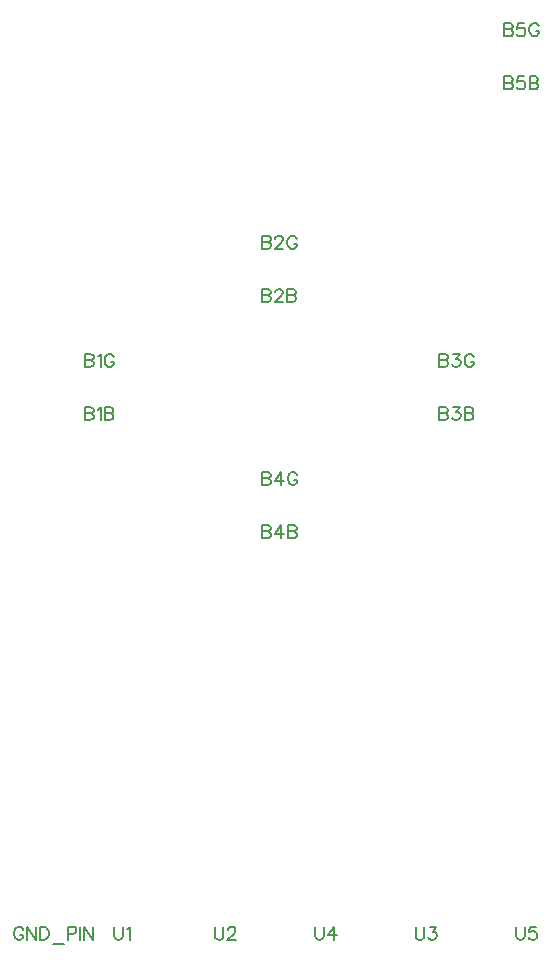
<source format=gto>
G04 Layer: TopSilkscreenLayer*
G04 EasyEDA v6.5.47, 2024-09-17 03:59:16*
G04 487bb63bfa8c49d2a093c741e473701e,143eb33344fd4f53ace86dd544093ce2,10*
G04 Gerber Generator version 0.2*
G04 Scale: 100 percent, Rotated: No, Reflected: No *
G04 Dimensions in millimeters *
G04 leading zeros omitted , absolute positions ,4 integer and 5 decimal *
%FSLAX45Y45*%
%MOMM*%

%ADD10C,0.1524*%

%LPD*%
D10*
X1349997Y-9107665D02*
G01*
X1349997Y-9185643D01*
X1355077Y-9201137D01*
X1365491Y-9211551D01*
X1381239Y-9216631D01*
X1391653Y-9216631D01*
X1407147Y-9211551D01*
X1417561Y-9201137D01*
X1422641Y-9185643D01*
X1422641Y-9107665D01*
X1456931Y-9128493D02*
G01*
X1467345Y-9123159D01*
X1483093Y-9107665D01*
X1483093Y-9216631D01*
X2199995Y-9107665D02*
G01*
X2199995Y-9185643D01*
X2205075Y-9201137D01*
X2215489Y-9211551D01*
X2231237Y-9216631D01*
X2241651Y-9216631D01*
X2257145Y-9211551D01*
X2267559Y-9201137D01*
X2272639Y-9185643D01*
X2272639Y-9107665D01*
X2312263Y-9133573D02*
G01*
X2312263Y-9128493D01*
X2317343Y-9118079D01*
X2322677Y-9112745D01*
X2333091Y-9107665D01*
X2353665Y-9107665D01*
X2364079Y-9112745D01*
X2369413Y-9118079D01*
X2374493Y-9128493D01*
X2374493Y-9138907D01*
X2369413Y-9149321D01*
X2358999Y-9164815D01*
X2306929Y-9216631D01*
X2379827Y-9216631D01*
X3899992Y-9107665D02*
G01*
X3899992Y-9185643D01*
X3905072Y-9201137D01*
X3915486Y-9211551D01*
X3931234Y-9216631D01*
X3941648Y-9216631D01*
X3957142Y-9211551D01*
X3967556Y-9201137D01*
X3972636Y-9185643D01*
X3972636Y-9107665D01*
X4017340Y-9107665D02*
G01*
X4074490Y-9107665D01*
X4043502Y-9149321D01*
X4058996Y-9149321D01*
X4069410Y-9154401D01*
X4074490Y-9159481D01*
X4079824Y-9175229D01*
X4079824Y-9185643D01*
X4074490Y-9201137D01*
X4064076Y-9211551D01*
X4048582Y-9216631D01*
X4033088Y-9216631D01*
X4017340Y-9211551D01*
X4012260Y-9206471D01*
X4006926Y-9196057D01*
X3049993Y-9107665D02*
G01*
X3049993Y-9185643D01*
X3055073Y-9201137D01*
X3065487Y-9211551D01*
X3081235Y-9216631D01*
X3091649Y-9216631D01*
X3107143Y-9211551D01*
X3117557Y-9201137D01*
X3122637Y-9185643D01*
X3122637Y-9107665D01*
X3208997Y-9107665D02*
G01*
X3156927Y-9180309D01*
X3234905Y-9180309D01*
X3208997Y-9107665D02*
G01*
X3208997Y-9216631D01*
X4749990Y-9107665D02*
G01*
X4749990Y-9185643D01*
X4755070Y-9201137D01*
X4765484Y-9211551D01*
X4781232Y-9216631D01*
X4791646Y-9216631D01*
X4807140Y-9211551D01*
X4817554Y-9201137D01*
X4822634Y-9185643D01*
X4822634Y-9107665D01*
X4919408Y-9107665D02*
G01*
X4867338Y-9107665D01*
X4862258Y-9154401D01*
X4867338Y-9149321D01*
X4883086Y-9143987D01*
X4898580Y-9143987D01*
X4914074Y-9149321D01*
X4924488Y-9159481D01*
X4929822Y-9175229D01*
X4929822Y-9185643D01*
X4924488Y-9201137D01*
X4914074Y-9211551D01*
X4898580Y-9216631D01*
X4883086Y-9216631D01*
X4867338Y-9211551D01*
X4862258Y-9206471D01*
X4856924Y-9196057D01*
X577977Y-9133573D02*
G01*
X572643Y-9123159D01*
X562229Y-9112745D01*
X552069Y-9107665D01*
X531240Y-9107665D01*
X520827Y-9112745D01*
X510412Y-9123159D01*
X505079Y-9133573D01*
X499998Y-9149321D01*
X499998Y-9175229D01*
X505079Y-9190723D01*
X510412Y-9201137D01*
X520827Y-9211551D01*
X531240Y-9216631D01*
X552069Y-9216631D01*
X562229Y-9211551D01*
X572643Y-9201137D01*
X577977Y-9190723D01*
X577977Y-9175229D01*
X552069Y-9175229D02*
G01*
X577977Y-9175229D01*
X612267Y-9107665D02*
G01*
X612267Y-9216631D01*
X612267Y-9107665D02*
G01*
X684911Y-9216631D01*
X684911Y-9107665D02*
G01*
X684911Y-9216631D01*
X719201Y-9107665D02*
G01*
X719201Y-9216631D01*
X719201Y-9107665D02*
G01*
X755522Y-9107665D01*
X771270Y-9112745D01*
X781685Y-9123159D01*
X786764Y-9133573D01*
X792098Y-9149321D01*
X792098Y-9175229D01*
X786764Y-9190723D01*
X781685Y-9201137D01*
X771270Y-9211551D01*
X755522Y-9216631D01*
X719201Y-9216631D01*
X826388Y-9253207D02*
G01*
X919861Y-9253207D01*
X954151Y-9107665D02*
G01*
X954151Y-9216631D01*
X954151Y-9107665D02*
G01*
X1000887Y-9107665D01*
X1016380Y-9112745D01*
X1021714Y-9118079D01*
X1026795Y-9128493D01*
X1026795Y-9143987D01*
X1021714Y-9154401D01*
X1016380Y-9159481D01*
X1000887Y-9164815D01*
X954151Y-9164815D01*
X1061085Y-9107665D02*
G01*
X1061085Y-9216631D01*
X1095375Y-9107665D02*
G01*
X1095375Y-9216631D01*
X1095375Y-9107665D02*
G01*
X1168019Y-9216631D01*
X1168019Y-9107665D02*
G01*
X1168019Y-9216631D01*
X1099997Y-4707674D02*
G01*
X1099997Y-4816640D01*
X1099997Y-4707674D02*
G01*
X1146733Y-4707674D01*
X1162227Y-4712754D01*
X1167561Y-4718088D01*
X1172641Y-4728502D01*
X1172641Y-4738916D01*
X1167561Y-4749330D01*
X1162227Y-4754410D01*
X1146733Y-4759490D01*
X1099997Y-4759490D02*
G01*
X1146733Y-4759490D01*
X1162227Y-4764824D01*
X1167561Y-4769904D01*
X1172641Y-4780318D01*
X1172641Y-4796066D01*
X1167561Y-4806480D01*
X1162227Y-4811560D01*
X1146733Y-4816640D01*
X1099997Y-4816640D01*
X1206931Y-4728502D02*
G01*
X1217345Y-4723168D01*
X1233093Y-4707674D01*
X1233093Y-4816640D01*
X1267383Y-4707674D02*
G01*
X1267383Y-4816640D01*
X1267383Y-4707674D02*
G01*
X1314119Y-4707674D01*
X1329613Y-4712754D01*
X1334947Y-4718088D01*
X1340027Y-4728502D01*
X1340027Y-4738916D01*
X1334947Y-4749330D01*
X1329613Y-4754410D01*
X1314119Y-4759490D01*
X1267383Y-4759490D02*
G01*
X1314119Y-4759490D01*
X1329613Y-4764824D01*
X1334947Y-4769904D01*
X1340027Y-4780318D01*
X1340027Y-4796066D01*
X1334947Y-4806480D01*
X1329613Y-4811560D01*
X1314119Y-4816640D01*
X1267383Y-4816640D01*
X1099997Y-4257675D02*
G01*
X1099997Y-4366640D01*
X1099997Y-4257675D02*
G01*
X1146733Y-4257675D01*
X1162227Y-4262754D01*
X1167561Y-4268088D01*
X1172641Y-4278503D01*
X1172641Y-4288917D01*
X1167561Y-4299330D01*
X1162227Y-4304411D01*
X1146733Y-4309490D01*
X1099997Y-4309490D02*
G01*
X1146733Y-4309490D01*
X1162227Y-4314825D01*
X1167561Y-4319904D01*
X1172641Y-4330319D01*
X1172641Y-4346067D01*
X1167561Y-4356480D01*
X1162227Y-4361561D01*
X1146733Y-4366640D01*
X1099997Y-4366640D01*
X1206931Y-4278503D02*
G01*
X1217345Y-4273169D01*
X1233093Y-4257675D01*
X1233093Y-4366640D01*
X1345107Y-4283582D02*
G01*
X1340027Y-4273169D01*
X1329613Y-4262754D01*
X1319199Y-4257675D01*
X1298371Y-4257675D01*
X1287957Y-4262754D01*
X1277797Y-4273169D01*
X1272463Y-4283582D01*
X1267383Y-4299330D01*
X1267383Y-4325238D01*
X1272463Y-4340732D01*
X1277797Y-4351146D01*
X1287957Y-4361561D01*
X1298371Y-4366640D01*
X1319199Y-4366640D01*
X1329613Y-4361561D01*
X1340027Y-4351146D01*
X1345107Y-4340732D01*
X1345107Y-4325238D01*
X1319199Y-4325238D02*
G01*
X1345107Y-4325238D01*
X2599994Y-3707676D02*
G01*
X2599994Y-3816642D01*
X2599994Y-3707676D02*
G01*
X2646730Y-3707676D01*
X2662224Y-3712756D01*
X2667558Y-3718090D01*
X2672638Y-3728504D01*
X2672638Y-3738918D01*
X2667558Y-3749332D01*
X2662224Y-3754412D01*
X2646730Y-3759492D01*
X2599994Y-3759492D02*
G01*
X2646730Y-3759492D01*
X2662224Y-3764826D01*
X2667558Y-3769906D01*
X2672638Y-3780320D01*
X2672638Y-3796068D01*
X2667558Y-3806482D01*
X2662224Y-3811562D01*
X2646730Y-3816642D01*
X2599994Y-3816642D01*
X2712262Y-3733584D02*
G01*
X2712262Y-3728504D01*
X2717342Y-3718090D01*
X2722676Y-3712756D01*
X2733090Y-3707676D01*
X2753664Y-3707676D01*
X2764078Y-3712756D01*
X2769412Y-3718090D01*
X2774492Y-3728504D01*
X2774492Y-3738918D01*
X2769412Y-3749332D01*
X2758998Y-3764826D01*
X2706928Y-3816642D01*
X2779826Y-3816642D01*
X2814116Y-3707676D02*
G01*
X2814116Y-3816642D01*
X2814116Y-3707676D02*
G01*
X2860852Y-3707676D01*
X2876346Y-3712756D01*
X2881680Y-3718090D01*
X2886760Y-3728504D01*
X2886760Y-3738918D01*
X2881680Y-3749332D01*
X2876346Y-3754412D01*
X2860852Y-3759492D01*
X2814116Y-3759492D02*
G01*
X2860852Y-3759492D01*
X2876346Y-3764826D01*
X2881680Y-3769906D01*
X2886760Y-3780320D01*
X2886760Y-3796068D01*
X2881680Y-3806482D01*
X2876346Y-3811562D01*
X2860852Y-3816642D01*
X2814116Y-3816642D01*
X2599994Y-3257677D02*
G01*
X2599994Y-3366643D01*
X2599994Y-3257677D02*
G01*
X2646730Y-3257677D01*
X2662224Y-3262756D01*
X2667558Y-3268090D01*
X2672638Y-3278504D01*
X2672638Y-3288919D01*
X2667558Y-3299332D01*
X2662224Y-3304412D01*
X2646730Y-3309493D01*
X2599994Y-3309493D02*
G01*
X2646730Y-3309493D01*
X2662224Y-3314827D01*
X2667558Y-3319906D01*
X2672638Y-3330320D01*
X2672638Y-3346069D01*
X2667558Y-3356482D01*
X2662224Y-3361562D01*
X2646730Y-3366643D01*
X2599994Y-3366643D01*
X2712262Y-3283585D02*
G01*
X2712262Y-3278504D01*
X2717342Y-3268090D01*
X2722676Y-3262756D01*
X2733090Y-3257677D01*
X2753664Y-3257677D01*
X2764078Y-3262756D01*
X2769412Y-3268090D01*
X2774492Y-3278504D01*
X2774492Y-3288919D01*
X2769412Y-3299332D01*
X2758998Y-3314827D01*
X2706928Y-3366643D01*
X2779826Y-3366643D01*
X2892094Y-3283585D02*
G01*
X2886760Y-3273170D01*
X2876346Y-3262756D01*
X2865932Y-3257677D01*
X2845104Y-3257677D01*
X2834944Y-3262756D01*
X2824530Y-3273170D01*
X2819196Y-3283585D01*
X2814116Y-3299332D01*
X2814116Y-3325240D01*
X2819196Y-3340735D01*
X2824530Y-3351148D01*
X2834944Y-3361562D01*
X2845104Y-3366643D01*
X2865932Y-3366643D01*
X2876346Y-3361562D01*
X2886760Y-3351148D01*
X2892094Y-3340735D01*
X2892094Y-3325240D01*
X2865932Y-3325240D02*
G01*
X2892094Y-3325240D01*
X4099991Y-4707674D02*
G01*
X4099991Y-4816640D01*
X4099991Y-4707674D02*
G01*
X4146727Y-4707674D01*
X4162221Y-4712754D01*
X4167555Y-4718088D01*
X4172635Y-4728502D01*
X4172635Y-4738916D01*
X4167555Y-4749330D01*
X4162221Y-4754410D01*
X4146727Y-4759490D01*
X4099991Y-4759490D02*
G01*
X4146727Y-4759490D01*
X4162221Y-4764824D01*
X4167555Y-4769904D01*
X4172635Y-4780318D01*
X4172635Y-4796066D01*
X4167555Y-4806480D01*
X4162221Y-4811560D01*
X4146727Y-4816640D01*
X4099991Y-4816640D01*
X4217339Y-4707674D02*
G01*
X4274489Y-4707674D01*
X4243501Y-4749330D01*
X4258995Y-4749330D01*
X4269409Y-4754410D01*
X4274489Y-4759490D01*
X4279823Y-4775238D01*
X4279823Y-4785652D01*
X4274489Y-4801146D01*
X4264075Y-4811560D01*
X4248581Y-4816640D01*
X4233087Y-4816640D01*
X4217339Y-4811560D01*
X4212259Y-4806480D01*
X4206925Y-4796066D01*
X4314113Y-4707674D02*
G01*
X4314113Y-4816640D01*
X4314113Y-4707674D02*
G01*
X4360849Y-4707674D01*
X4376343Y-4712754D01*
X4381677Y-4718088D01*
X4386757Y-4728502D01*
X4386757Y-4738916D01*
X4381677Y-4749330D01*
X4376343Y-4754410D01*
X4360849Y-4759490D01*
X4314113Y-4759490D02*
G01*
X4360849Y-4759490D01*
X4376343Y-4764824D01*
X4381677Y-4769904D01*
X4386757Y-4780318D01*
X4386757Y-4796066D01*
X4381677Y-4806480D01*
X4376343Y-4811560D01*
X4360849Y-4816640D01*
X4314113Y-4816640D01*
X4099991Y-4257675D02*
G01*
X4099991Y-4366640D01*
X4099991Y-4257675D02*
G01*
X4146727Y-4257675D01*
X4162221Y-4262754D01*
X4167555Y-4268088D01*
X4172635Y-4278503D01*
X4172635Y-4288662D01*
X4167555Y-4299077D01*
X4162221Y-4304411D01*
X4146727Y-4309490D01*
X4099991Y-4309490D02*
G01*
X4146727Y-4309490D01*
X4162221Y-4314825D01*
X4167555Y-4319904D01*
X4172635Y-4330319D01*
X4172635Y-4345812D01*
X4167555Y-4356227D01*
X4162221Y-4361561D01*
X4146727Y-4366640D01*
X4099991Y-4366640D01*
X4217339Y-4257675D02*
G01*
X4274489Y-4257675D01*
X4243247Y-4299077D01*
X4258995Y-4299077D01*
X4269409Y-4304411D01*
X4274489Y-4309490D01*
X4279823Y-4325238D01*
X4279823Y-4335653D01*
X4274489Y-4351146D01*
X4264075Y-4361561D01*
X4248581Y-4366640D01*
X4232833Y-4366640D01*
X4217339Y-4361561D01*
X4212259Y-4356227D01*
X4206925Y-4345812D01*
X4391837Y-4283582D02*
G01*
X4386757Y-4273169D01*
X4376343Y-4262754D01*
X4365929Y-4257675D01*
X4345101Y-4257675D01*
X4334687Y-4262754D01*
X4324273Y-4273169D01*
X4319193Y-4283582D01*
X4314113Y-4299077D01*
X4314113Y-4325238D01*
X4319193Y-4340732D01*
X4324273Y-4351146D01*
X4334687Y-4361561D01*
X4345101Y-4366640D01*
X4365929Y-4366640D01*
X4376343Y-4361561D01*
X4386757Y-4351146D01*
X4391837Y-4340732D01*
X4391837Y-4325238D01*
X4365929Y-4325238D02*
G01*
X4391837Y-4325238D01*
X2599994Y-5707672D02*
G01*
X2599994Y-5816638D01*
X2599994Y-5707672D02*
G01*
X2646730Y-5707672D01*
X2662224Y-5712752D01*
X2667558Y-5718086D01*
X2672638Y-5728500D01*
X2672638Y-5738914D01*
X2667558Y-5749328D01*
X2662224Y-5754408D01*
X2646730Y-5759488D01*
X2599994Y-5759488D02*
G01*
X2646730Y-5759488D01*
X2662224Y-5764822D01*
X2667558Y-5769902D01*
X2672638Y-5780316D01*
X2672638Y-5796064D01*
X2667558Y-5806478D01*
X2662224Y-5811558D01*
X2646730Y-5816638D01*
X2599994Y-5816638D01*
X2758998Y-5707672D02*
G01*
X2706928Y-5780316D01*
X2784906Y-5780316D01*
X2758998Y-5707672D02*
G01*
X2758998Y-5816638D01*
X2819196Y-5707672D02*
G01*
X2819196Y-5816638D01*
X2819196Y-5707672D02*
G01*
X2865932Y-5707672D01*
X2881680Y-5712752D01*
X2886760Y-5718086D01*
X2892094Y-5728500D01*
X2892094Y-5738914D01*
X2886760Y-5749328D01*
X2881680Y-5754408D01*
X2865932Y-5759488D01*
X2819196Y-5759488D02*
G01*
X2865932Y-5759488D01*
X2881680Y-5764822D01*
X2886760Y-5769902D01*
X2892094Y-5780316D01*
X2892094Y-5796064D01*
X2886760Y-5806478D01*
X2881680Y-5811558D01*
X2865932Y-5816638D01*
X2819196Y-5816638D01*
X2599994Y-5257672D02*
G01*
X2599994Y-5366638D01*
X2599994Y-5257672D02*
G01*
X2646730Y-5257672D01*
X2662224Y-5262753D01*
X2667558Y-5268087D01*
X2672638Y-5278501D01*
X2672638Y-5288661D01*
X2667558Y-5299075D01*
X2662224Y-5304409D01*
X2646730Y-5309488D01*
X2599994Y-5309488D02*
G01*
X2646730Y-5309488D01*
X2662224Y-5314822D01*
X2667558Y-5319903D01*
X2672638Y-5330317D01*
X2672638Y-5345811D01*
X2667558Y-5356225D01*
X2662224Y-5361559D01*
X2646730Y-5366638D01*
X2599994Y-5366638D01*
X2758998Y-5257672D02*
G01*
X2706928Y-5330317D01*
X2784906Y-5330317D01*
X2758998Y-5257672D02*
G01*
X2758998Y-5366638D01*
X2897174Y-5283580D02*
G01*
X2892094Y-5273167D01*
X2881680Y-5262753D01*
X2871266Y-5257672D01*
X2850438Y-5257672D01*
X2840024Y-5262753D01*
X2829610Y-5273167D01*
X2824530Y-5283580D01*
X2819196Y-5299075D01*
X2819196Y-5325237D01*
X2824530Y-5340730D01*
X2829610Y-5351145D01*
X2840024Y-5361559D01*
X2850438Y-5366638D01*
X2871266Y-5366638D01*
X2881680Y-5361559D01*
X2892094Y-5351145D01*
X2897174Y-5340730D01*
X2897174Y-5325237D01*
X2871266Y-5325237D02*
G01*
X2897174Y-5325237D01*
X4649990Y-1907679D02*
G01*
X4649990Y-2016645D01*
X4649990Y-1907679D02*
G01*
X4696726Y-1907679D01*
X4712220Y-1912759D01*
X4717554Y-1918093D01*
X4722634Y-1928507D01*
X4722634Y-1938921D01*
X4717554Y-1949335D01*
X4712220Y-1954415D01*
X4696726Y-1959495D01*
X4649990Y-1959495D02*
G01*
X4696726Y-1959495D01*
X4712220Y-1964829D01*
X4717554Y-1969909D01*
X4722634Y-1980323D01*
X4722634Y-1996071D01*
X4717554Y-2006485D01*
X4712220Y-2011565D01*
X4696726Y-2016645D01*
X4649990Y-2016645D01*
X4819408Y-1907679D02*
G01*
X4767338Y-1907679D01*
X4762258Y-1954415D01*
X4767338Y-1949335D01*
X4783086Y-1944001D01*
X4798580Y-1944001D01*
X4814074Y-1949335D01*
X4824488Y-1959495D01*
X4829822Y-1975243D01*
X4829822Y-1985657D01*
X4824488Y-2001151D01*
X4814074Y-2011565D01*
X4798580Y-2016645D01*
X4783086Y-2016645D01*
X4767338Y-2011565D01*
X4762258Y-2006485D01*
X4756924Y-1996071D01*
X4864112Y-1907679D02*
G01*
X4864112Y-2016645D01*
X4864112Y-1907679D02*
G01*
X4910848Y-1907679D01*
X4926342Y-1912759D01*
X4931676Y-1918093D01*
X4936756Y-1928507D01*
X4936756Y-1938921D01*
X4931676Y-1949335D01*
X4926342Y-1954415D01*
X4910848Y-1959495D01*
X4864112Y-1959495D02*
G01*
X4910848Y-1959495D01*
X4926342Y-1964829D01*
X4931676Y-1969909D01*
X4936756Y-1980323D01*
X4936756Y-1996071D01*
X4931676Y-2006485D01*
X4926342Y-2011565D01*
X4910848Y-2016645D01*
X4864112Y-2016645D01*
X4649990Y-1457680D02*
G01*
X4649990Y-1566646D01*
X4649990Y-1457680D02*
G01*
X4696726Y-1457680D01*
X4712220Y-1462760D01*
X4717300Y-1468094D01*
X4722634Y-1478508D01*
X4722634Y-1488922D01*
X4717300Y-1499336D01*
X4712220Y-1504416D01*
X4696726Y-1509496D01*
X4649990Y-1509496D02*
G01*
X4696726Y-1509496D01*
X4712220Y-1514830D01*
X4717300Y-1519910D01*
X4722634Y-1530324D01*
X4722634Y-1546072D01*
X4717300Y-1556486D01*
X4712220Y-1561566D01*
X4696726Y-1566646D01*
X4649990Y-1566646D01*
X4819154Y-1457680D02*
G01*
X4767338Y-1457680D01*
X4762004Y-1504416D01*
X4767338Y-1499336D01*
X4782832Y-1494002D01*
X4798580Y-1494002D01*
X4814074Y-1499336D01*
X4824488Y-1509496D01*
X4829568Y-1525244D01*
X4829568Y-1535658D01*
X4824488Y-1551152D01*
X4814074Y-1561566D01*
X4798580Y-1566646D01*
X4782832Y-1566646D01*
X4767338Y-1561566D01*
X4762004Y-1556486D01*
X4756924Y-1546072D01*
X4941836Y-1483588D02*
G01*
X4936756Y-1473174D01*
X4926342Y-1462760D01*
X4915928Y-1457680D01*
X4895100Y-1457680D01*
X4884686Y-1462760D01*
X4874272Y-1473174D01*
X4869192Y-1483588D01*
X4863858Y-1499336D01*
X4863858Y-1525244D01*
X4869192Y-1540738D01*
X4874272Y-1551152D01*
X4884686Y-1561566D01*
X4895100Y-1566646D01*
X4915928Y-1566646D01*
X4926342Y-1561566D01*
X4936756Y-1551152D01*
X4941836Y-1540738D01*
X4941836Y-1525244D01*
X4915928Y-1525244D02*
G01*
X4941836Y-1525244D01*
M02*

</source>
